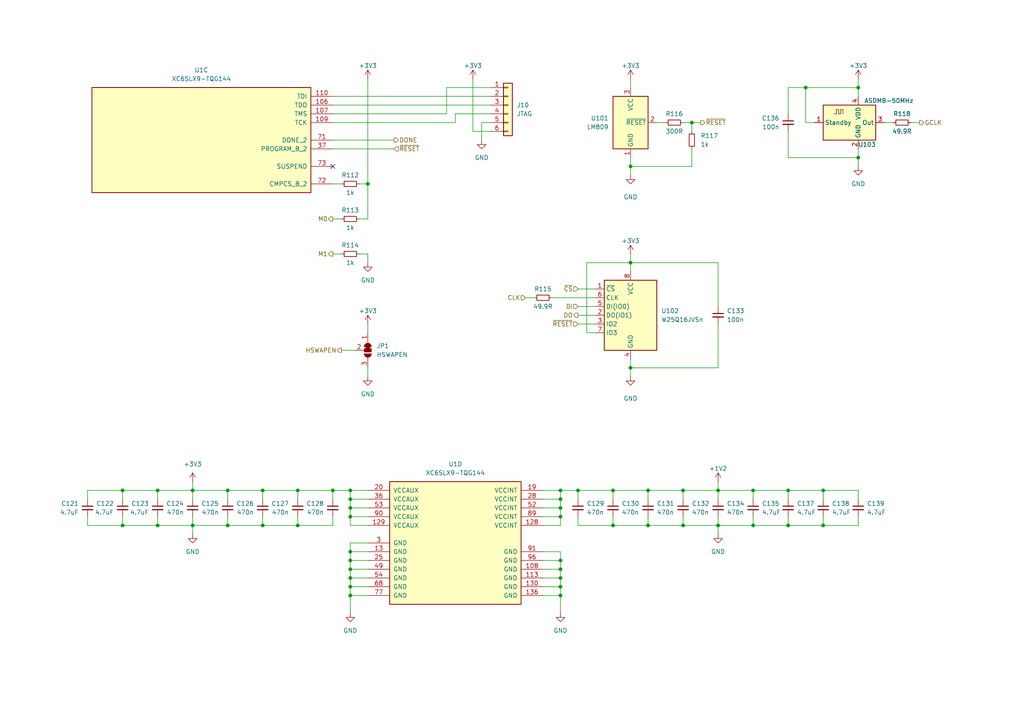
<source format=kicad_sch>
(kicad_sch (version 20250114) (generator "eeschema") (generator_version "9.0")
  (paper "A4")
  (lib_symbols
    (symbol "Connector_Generic:Conn_01x06" (pin_names (offset 1.016) (hide yes))
      (property "Reference" "J" (at 0 7.62 0))
      (property "Value" "Conn_01x06" (at 0 -10.16 0))
      (symbol "Conn_01x06_1_1"
        (rectangle (start -1.27 6.35) (end 1.27 -8.89) (stroke (width 0.254)) (fill (type background)))
        (rectangle (start -1.27 5.207) (end 0 4.953) (stroke (width 0.1524)))
        (rectangle (start -1.27 2.667) (end 0 2.413) (stroke (width 0.1524)))
        (rectangle (start -1.27 0.127) (end 0 -0.127) (stroke (width 0.1524)))
        (rectangle (start -1.27 -2.413) (end 0 -2.667) (stroke (width 0.1524)))
        (rectangle (start -1.27 -4.953) (end 0 -5.207) (stroke (width 0.1524)))
        (rectangle (start -1.27 -7.493) (end 0 -7.747) (stroke (width 0.1524)))
        (pin passive line (at -5.08 5.08 0) (length 3.81) (name "Pin_1") (number "1"))
        (pin passive line (at -5.08 2.54 0) (length 3.81) (name "Pin_2") (number "2"))
        (pin passive line (at -5.08 0 0) (length 3.81) (name "Pin_3") (number "3"))
        (pin passive line (at -5.08 -2.54 0) (length 3.81) (name "Pin_4") (number "4"))
        (pin passive line (at -5.08 -5.08 0) (length 3.81) (name "Pin_5") (number "5"))
        (pin passive line (at -5.08 -7.62 0) (length 3.81) (name "Pin_6") (number "6"))
      )
    )
    (symbol "Device:C_Small" (pin_numbers (hide yes)) (pin_names (offset 0.254) (hide yes))
      (property "Reference" "C" (at 0.254 1.778 0))
      (property "Value" "C_Small" (at 0.254 -2.032 0))
      (symbol "C_Small_0_1"
        (polyline (pts (xy -1.524 0.508) (xy 1.524 0.508)) (stroke (width 0.3048)))
        (polyline (pts (xy -1.524 -0.508) (xy 1.524 -0.508)) (stroke (width 0.3302)))
      )
      (symbol "C_Small_1_1"
        (pin passive line (at 0 2.54 270) (length 2.032) (name "~") (number "1"))
        (pin passive line (at 0 -2.54 90) (length 2.032) (name "~") (number "2"))
      )
    )
    (symbol "Device:R_Small" (pin_numbers (hide yes)) (pin_names (offset 0.254) (hide yes))
      (property "Reference" "R" (at 0.762 0.508 0))
      (property "Value" "R_Small" (at 0.762 -1.016 0))
      (symbol "R_Small_0_1"
        (rectangle (start -0.762 1.778) (end 0.762 -1.778) (stroke (width 0.2032)))
      )
      (symbol "R_Small_1_1"
        (pin passive line (at 0 2.54 270) (length 0.762) (name "~") (number "1"))
        (pin passive line (at 0 -2.54 90) (length 0.762) (name "~") (number "2"))
      )
    )
    (symbol "FPGA_Xilinx_Spartan6:XC6SLX9-TQG144" (pin_names (offset 1.016))
      (property "Reference" "U" (at 0 1.27 0))
      (property "Value" "XC6SLX9-TQG144" (at 0 -1.27 0))
      (symbol "XC6SLX9-TQG144_1_1"
        (rectangle (start -44.45 36.83) (end 44.45 -43.18) (stroke (width 0.254)) (fill (type background)))
        (pin bidirectional line (at -50.8 22.86 0) (length 6.35) (name "IO_L1P_HSWAPEN_0") (number "144"))
        (pin bidirectional line (at -50.8 20.32 0) (length 6.35) (name "IO_L1N_VREF_0") (number "143"))
        (pin bidirectional line (at -50.8 17.78 0) (length 6.35) (name "IO_L2P_0") (number "142"))
        (pin bidirectional line (at -50.8 15.24 0) (length 6.35) (name "IO_L2N_0") (number "141"))
        (pin bidirectional line (at -50.8 12.7 0) (length 6.35) (name "IO_L3P_0") (number "140"))
        (pin bidirectional line (at -50.8 10.16 0) (length 6.35) (name "IO_L3N_0") (number "139"))
        (pin bidirectional line (at -50.8 7.62 0) (length 6.35) (name "IO_L4P_0") (number "138"))
        (pin bidirectional line (at -50.8 5.08 0) (length 6.35) (name "IO_L4N_0") (number "137"))
        (pin bidirectional line (at -50.8 2.54 0) (length 6.35) (name "IO_L34P_GCLK19_0") (number "134"))
        (pin bidirectional line (at -50.8 0 0) (length 6.35) (name "IO_L34N_GCLK18_0") (number "133"))
        (pin bidirectional line (at -50.8 -2.54 0) (length 6.35) (name "IO_L35P_GCLK17_0") (number "132"))
        (pin bidirectional line (at -50.8 -5.08 0) (length 6.35) (name "IO_L35N_GCLK16_0") (number "131"))
        (pin bidirectional line (at -50.8 -7.62 0) (length 6.35) (name "IO_L36P_GCLK15_0") (number "127"))
        (pin bidirectional line (at -50.8 -10.16 0) (length 6.35) (name "IO_L36N_GCLK14_0") (number "126"))
        (pin bidirectional line (at -50.8 -12.7 0) (length 6.35) (name "IO_L37P_GCLK13_0") (number "124"))
        (pin bidirectional line (at -50.8 -15.24 0) (length 6.35) (name "IO_L37N_GCLK12_0") (number "123"))
        (pin bidirectional line (at -50.8 -17.78 0) (length 6.35) (name "IO_L62P_0") (number "121"))
        (pin bidirectional line (at -50.8 -20.32 0) (length 6.35) (name "IO_L62N_VREF_0") (number "120"))
        (pin bidirectional line (at -50.8 -22.86 0) (length 6.35) (name "IO_L63P_SCP7_0") (number "119"))
        (pin bidirectional line (at -50.8 -25.4 0) (length 6.35) (name "IO_L63N_SCP6_0") (number "118"))
        (pin bidirectional line (at -50.8 -27.94 0) (length 6.35) (name "IO_L64P_SCP5_0") (number "117"))
        (pin bidirectional line (at -50.8 -30.48 0) (length 6.35) (name "IO_L64N_SCP4_0") (number "116"))
        (pin bidirectional line (at -50.8 -33.02 0) (length 6.35) (name "IO_L65P_SCP3_0") (number "115"))
        (pin bidirectional line (at -50.8 -35.56 0) (length 6.35) (name "IO_L65N_SCP2_0") (number "114"))
        (pin bidirectional line (at -50.8 -38.1 0) (length 6.35) (name "IO_L66P_SCP1_0") (number "112"))
        (pin bidirectional line (at -50.8 -40.64 0) (length 6.35) (name "IO_L66N_SCP0_0") (number "111"))
        (pin power_in line (at -40.64 43.18 270) (length 6.35) (name "VCCO_0") (number "122"))
        (pin power_in line (at -38.1 43.18 270) (length 6.35) (name "VCCO_0") (number "125"))
        (pin power_in line (at -35.56 43.18 270) (length 6.35) (name "VCCO_0") (number "135"))
        (pin power_in line (at 35.56 43.18 270) (length 6.35) (name "VCCO_1") (number "76"))
        (pin power_in line (at 38.1 43.18 270) (length 6.35) (name "VCCO_1") (number "86"))
        (pin power_in line (at 40.64 43.18 270) (length 6.35) (name "VCCO_1") (number "103"))
        (pin bidirectional line (at 50.8 22.86 180) (length 6.35) (name "IO_L1P_1") (number "105"))
        (pin bidirectional line (at 50.8 20.32 180) (length 6.35) (name "IO_L1N_VREF_1") (number "104"))
        (pin bidirectional line (at 50.8 17.78 180) (length 6.35) (name "IO_L32P_1") (number "102"))
        (pin bidirectional line (at 50.8 15.24 180) (length 6.35) (name "IO_L32N_1") (number "101"))
        (pin bidirectional line (at 50.8 12.7 180) (length 6.35) (name "IO_L33P_1") (number "100"))
        (pin bidirectional line (at 50.8 10.16 180) (length 6.35) (name "IO_L33N_1") (number "99"))
        (pin bidirectional line (at 50.8 7.62 180) (length 6.35) (name "IO_L34P_1") (number "98"))
        (pin bidirectional line (at 50.8 5.08 180) (length 6.35) (name "IO_L34N_1") (number "97"))
        (pin bidirectional line (at 50.8 2.54 180) (length 6.35) (name "IO_L40P_GCLK11_1") (number "95"))
        (pin bidirectional line (at 50.8 0 180) (length 6.35) (name "IO_L40N_GCLK10_1") (number "94"))
        (pin bidirectional line (at 50.8 -2.54 180) (length 6.35) (name "IO_L41P_GCLK9_IRDY1_1") (number "93"))
        (pin bidirectional line (at 50.8 -5.08 180) (length 6.35) (name "IO_L41N_GCLK8_1") (number "92"))
        (pin bidirectional line (at 50.8 -7.62 180) (length 6.35) (name "IO_L42P_GCLK7_1") (number "88"))
        (pin bidirectional line (at 50.8 -10.16 180) (length 6.35) (name "IO_L42N_GCLK6_TRDY1_1") (number "87"))
        (pin bidirectional line (at 50.8 -12.7 180) (length 6.35) (name "IO_L43P_GCLK5_1") (number "85"))
        (pin bidirectional line (at 50.8 -15.24 180) (length 6.35) (name "IO_L43N_GCLK4_1") (number "84"))
        (pin bidirectional line (at 50.8 -17.78 180) (length 6.35) (name "IO_L45P_1") (number "83"))
        (pin bidirectional line (at 50.8 -20.32 180) (length 6.35) (name "IO_L45N_1") (number "82"))
        (pin bidirectional line (at 50.8 -22.86 180) (length 6.35) (name "IO_L46P_1") (number "81"))
        (pin bidirectional line (at 50.8 -25.4 180) (length 6.35) (name "IO_L46N_1") (number "80"))
        (pin bidirectional line (at 50.8 -27.94 180) (length 6.35) (name "IO_L47P_1") (number "79"))
        (pin bidirectional line (at 50.8 -30.48 180) (length 6.35) (name "IO_L47N_1") (number "78"))
        (pin bidirectional line (at 50.8 -33.02 180) (length 6.35) (name "IO_L74P_AWAKE_1") (number "75"))
        (pin bidirectional line (at 50.8 -35.56 180) (length 6.35) (name "IO_L74N_DOUT_BUSY_1") (number "74"))
      )
      (symbol "XC6SLX9-TQG144_2_1"
        (rectangle (start -44.45 36.83) (end 44.45 -43.18) (stroke (width 0.254)) (fill (type background)))
        (pin bidirectional line (at -50.8 22.86 0) (length 6.35) (name "IO_L1P_CCLK_2") (number "70"))
        (pin bidirectional line (at -50.8 20.32 0) (length 6.35) (name "IO_L1N_M0_CMPMISO_2") (number "69"))
        (pin bidirectional line (at -50.8 17.78 0) (length 6.35) (name "IO_L2P_CMPCLK_2") (number "67"))
        (pin bidirectional line (at -50.8 15.24 0) (length 6.35) (name "IO_L2N_CMPMOSI_2") (number "66"))
        (pin bidirectional line (at -50.8 12.7 0) (length 6.35) (name "IO_L3P_D0_DIN_MISO_MISO1_2") (number "65"))
        (pin bidirectional line (at -50.8 10.16 0) (length 6.35) (name "IO_L3N_MOSI_CSI_B_MISO0_2") (number "64"))
        (pin bidirectional line (at -50.8 7.62 0) (length 6.35) (name "IO_L12P_D1_MISO2_2") (number "62"))
        (pin bidirectional line (at -50.8 5.08 0) (length 6.35) (name "IO_L12N_D2_MISO3_2") (number "61"))
        (pin bidirectional line (at -50.8 2.54 0) (length 6.35) (name "IO_L13P_M1_2") (number "60"))
        (pin bidirectional line (at -50.8 0 0) (length 6.35) (name "IO_L13N_D10_2") (number "59"))
        (pin bidirectional line (at -50.8 -2.54 0) (length 6.35) (name "IO_L14P_D11_2") (number "58"))
        (pin bidirectional line (at -50.8 -5.08 0) (length 6.35) (name "IO_L14N_D12_2") (number "57"))
        (pin bidirectional line (at -50.8 -7.62 0) (length 6.35) (name "IO_L30P_GCLK1_D13_2") (number "56"))
        (pin bidirectional line (at -50.8 -10.16 0) (length 6.35) (name "IO_L30N_GCLK0_USERCCLK_2") (number "55"))
        (pin bidirectional line (at -50.8 -12.7 0) (length 6.35) (name "IO_L31P_GCLK31_D14_2") (number "51"))
        (pin bidirectional line (at -50.8 -15.24 0) (length 6.35) (name "IO_L31N_GCLK30_D15_2") (number "50"))
        (pin bidirectional line (at -50.8 -17.78 0) (length 6.35) (name "IO_L48P_D7_2") (number "48"))
        (pin bidirectional line (at -50.8 -20.32 0) (length 6.35) (name "IO_L48N_RDWR_B_VREF_2") (number "47"))
        (pin bidirectional line (at -50.8 -22.86 0) (length 6.35) (name "IO_L49P_D3_2") (number "46"))
        (pin bidirectional line (at -50.8 -25.4 0) (length 6.35) (name "IO_L49N_D4_2") (number "45"))
        (pin bidirectional line (at -50.8 -27.94 0) (length 6.35) (name "IO_L62P_D5_2") (number "44"))
        (pin bidirectional line (at -50.8 -30.48 0) (length 6.35) (name "IO_L62N_D6_2") (number "43"))
        (pin bidirectional line (at -50.8 -33.02 0) (length 6.35) (name "IO_L64P_D8_2") (number "41"))
        (pin bidirectional line (at -50.8 -35.56 0) (length 6.35) (name "IO_L64N_D9_2") (number "40"))
        (pin bidirectional line (at -50.8 -38.1 0) (length 6.35) (name "IO_L65P_INIT_B_2") (number "39"))
        (pin bidirectional line (at -50.8 -40.64 0) (length 6.35) (name "IO_L65N_CSO_B_2") (number "38"))
        (pin power_in line (at -40.64 43.18 270) (length 6.35) (name "VCCO_2") (number "42"))
        (pin power_in line (at -38.1 43.18 270) (length 6.35) (name "VCCO_2") (number "63"))
        (pin power_in line (at 35.56 43.18 270) (length 6.35) (name "VCCO_3") (number "4"))
        (pin power_in line (at 38.1 43.18 270) (length 6.35) (name "VCCO_3") (number "18"))
        (pin power_in line (at 40.64 43.18 270) (length 6.35) (name "VCCO_3") (number "31"))
        (pin bidirectional line (at 50.8 22.86 180) (length 6.35) (name "IO_L1P_3") (number "35"))
        (pin bidirectional line (at 50.8 20.32 180) (length 6.35) (name "IO_L1N_VREF_3") (number "34"))
        (pin bidirectional line (at 50.8 17.78 180) (length 6.35) (name "IO_L2P_3") (number "33"))
        (pin bidirectional line (at 50.8 15.24 180) (length 6.35) (name "IO_L2N_3") (number "32"))
        (pin bidirectional line (at 50.8 12.7 180) (length 6.35) (name "IO_L36P_3") (number "30"))
        (pin bidirectional line (at 50.8 10.16 180) (length 6.35) (name "IO_L36N_3") (number "29"))
        (pin bidirectional line (at 50.8 7.62 180) (length 6.35) (name "IO_L37P_3") (number "27"))
        (pin bidirectional line (at 50.8 5.08 180) (length 6.35) (name "IO_L37N_3") (number "26"))
        (pin bidirectional line (at 50.8 2.54 180) (length 6.35) (name "IO_L41P_GCLK27_3") (number "24"))
        (pin bidirectional line (at 50.8 0 180) (length 6.35) (name "IO_L41N_GCLK26_3") (number "23"))
        (pin bidirectional line (at 50.8 -2.54 180) (length 6.35) (name "IO_L42P_GCLK25_TRDY2_3") (number "22"))
        (pin bidirectional line (at 50.8 -5.08 180) (length 6.35) (name "IO_L42N_GCLK24_3") (number "21"))
        (pin bidirectional line (at 50.8 -7.62 180) (length 6.35) (name "IO_L43P_GCLK23_3") (number "17"))
        (pin bidirectional line (at 50.8 -10.16 180) (length 6.35) (name "IO_L43N_GCLK22_IRDY2_3") (number "16"))
        (pin bidirectional line (at 50.8 -12.7 180) (length 6.35) (name "IO_L44P_GCLK21_3") (number "15"))
        (pin bidirectional line (at 50.8 -15.24 180) (length 6.35) (name "IO_L44N_GCLK20_3") (number "14"))
        (pin bidirectional line (at 50.8 -17.78 180) (length 6.35) (name "IO_L49P_3") (number "12"))
        (pin bidirectional line (at 50.8 -20.32 180) (length 6.35) (name "IO_L49N_3") (number "11"))
        (pin bidirectional line (at 50.8 -22.86 180) (length 6.35) (name "IO_L50P_3") (number "10"))
        (pin bidirectional line (at 50.8 -25.4 180) (length 6.35) (name "IO_L50N_3") (number "9"))
        (pin bidirectional line (at 50.8 -27.94 180) (length 6.35) (name "IO_L51P_3") (number "8"))
        (pin bidirectional line (at 50.8 -30.48 180) (length 6.35) (name "IO_L51N_3") (number "7"))
        (pin bidirectional line (at 50.8 -33.02 180) (length 6.35) (name "IO_L52P_3") (number "6"))
        (pin bidirectional line (at 50.8 -35.56 180) (length 6.35) (name "IO_L52N_3") (number "5"))
        (pin bidirectional line (at 50.8 -38.1 180) (length 6.35) (name "IO_L83P_3") (number "2"))
        (pin bidirectional line (at 50.8 -40.64 180) (length 6.35) (name "IO_L83N_VREF_3") (number "1"))
      )
      (symbol "XC6SLX9-TQG144_3_1"
        (rectangle (start -31.75 15.24) (end 31.75 -15.24) (stroke (width 0.254)) (fill (type background)))
        (pin bidirectional line (at 38.1 12.7 180) (length 6.35) (name "TDI") (number "110"))
        (pin bidirectional line (at 38.1 10.16 180) (length 6.35) (name "TDO") (number "106"))
        (pin bidirectional line (at 38.1 7.62 180) (length 6.35) (name "TMS") (number "107"))
        (pin bidirectional line (at 38.1 5.08 180) (length 6.35) (name "TCK") (number "109"))
        (pin bidirectional line (at 38.1 0 180) (length 6.35) (name "DONE_2") (number "71"))
        (pin bidirectional line (at 38.1 -2.54 180) (length 6.35) (name "PROGRAM_B_2") (number "37"))
        (pin bidirectional line (at 38.1 -7.62 180) (length 6.35) (name "SUSPEND") (number "73"))
        (pin bidirectional line (at 38.1 -12.7 180) (length 6.35) (name "CMPCS_B_2") (number "72"))
      )
      (symbol "XC6SLX9-TQG144_4_1"
        (rectangle (start -19.05 17.78) (end 19.05 -17.78) (stroke (width 0.254)) (fill (type background)))
        (pin power_in line (at -25.4 15.24 0) (length 6.35) (name "VCCAUX") (number "20"))
        (pin power_in line (at -25.4 12.7 0) (length 6.35) (name "VCCAUX") (number "36"))
        (pin power_in line (at -25.4 10.16 0) (length 6.35) (name "VCCAUX") (number "53"))
        (pin power_in line (at -25.4 7.62 0) (length 6.35) (name "VCCAUX") (number "90"))
        (pin power_in line (at -25.4 5.08 0) (length 6.35) (name "VCCAUX") (number "129"))
        (pin power_in line (at -25.4 0 0) (length 6.35) (name "GND") (number "3"))
        (pin power_in line (at -25.4 -2.54 0) (length 6.35) (name "GND") (number "13"))
        (pin power_in line (at -25.4 -5.08 0) (length 6.35) (name "GND") (number "25"))
        (pin power_in line (at -25.4 -7.62 0) (length 6.35) (name "GND") (number "49"))
        (pin power_in line (at -25.4 -10.16 0) (length 6.35) (name "GND") (number "54"))
        (pin power_in line (at -25.4 -12.7 0) (length 6.35) (name "GND") (number "68"))
        (pin power_in line (at -25.4 -15.24 0) (length 6.35) (name "GND") (number "77"))
        (pin power_in line (at 25.4 15.24 180) (length 6.35) (name "VCCINT") (number "19"))
        (pin power_in line (at 25.4 12.7 180) (length 6.35) (name "VCCINT") (number "28"))
        (pin power_in line (at 25.4 10.16 180) (length 6.35) (name "VCCINT") (number "52"))
        (pin power_in line (at 25.4 7.62 180) (length 6.35) (name "VCCINT") (number "89"))
        (pin power_in line (at 25.4 5.08 180) (length 6.35) (name "VCCINT") (number "128"))
        (pin power_in line (at 25.4 -2.54 180) (length 6.35) (name "GND") (number "91"))
        (pin power_in line (at 25.4 -5.08 180) (length 6.35) (name "GND") (number "96"))
        (pin power_in line (at 25.4 -7.62 180) (length 6.35) (name "GND") (number "108"))
        (pin power_in line (at 25.4 -10.16 180) (length 6.35) (name "GND") (number "113"))
        (pin power_in line (at 25.4 -12.7 180) (length 6.35) (name "GND") (number "130"))
        (pin power_in line (at 25.4 -15.24 180) (length 6.35) (name "GND") (number "136"))
      )
    )
    (symbol "Jumper:SolderJumper_3_Bridged12" (pin_names (offset 0) (hide yes)) (exclude_from_sim yes) (in_bom no)
      (property "Reference" "JP" (at -2.54 -2.54 0))
      (property "Value" "SolderJumper_3_Bridged12" (at 0 2.794 0))
      (symbol "SolderJumper_3_Bridged12_0_1"
        (polyline (pts (xy -2.54 0) (xy -2.032 0)))
        (polyline (pts (xy -1.016 1.016) (xy -1.016 -1.016)))
        (rectangle (start -1.016 0.508) (end -0.508 -0.508) (fill (type outline)))
        (arc (start -1.016 -1.016) (mid -2.0276 0) (end -1.016 1.016))
        (arc (start -1.016 -1.016) (mid -2.0276 0) (end -1.016 1.016) (fill (type outline)))
        (rectangle (start -0.508 1.016) (end 0.508 -1.016) (fill (type outline)))
        (polyline (pts (xy 0 -1.27) (xy 0 -1.016)))
        (arc (start 1.016 1.016) (mid 2.0276 0) (end 1.016 -1.016))
        (arc (start 1.016 1.016) (mid 2.0276 0) (end 1.016 -1.016) (fill (type outline)))
        (polyline (pts (xy 1.016 1.016) (xy 1.016 -1.016)))
        (polyline (pts (xy 2.54 0) (xy 2.032 0)))
      )
      (symbol "SolderJumper_3_Bridged12_1_1"
        (pin passive line (at -5.08 0 0) (length 2.54) (name "A") (number "1"))
        (pin passive line (at 0 -3.81 90) (length 2.54) (name "C") (number "2"))
        (pin passive line (at 5.08 0 180) (length 2.54) (name "B") (number "3"))
      )
    )
    (symbol "Memory_Flash:W25Q16JVSS"
      (property "Reference" "U" (at -6.35 11.43 0))
      (property "Value" "W25Q16JVSS" (at 7.62 11.43 0))
      (symbol "W25Q16JVSS_0_1"
        (rectangle (start -7.62 10.16) (end 7.62 -10.16) (stroke (width 0.254)) (fill (type background)))
      )
      (symbol "W25Q16JVSS_1_1"
        (pin input line (at -10.16 7.62 0) (length 2.54) (name "~{CS}") (number "1"))
        (pin input line (at -10.16 5.08 0) (length 2.54) (name "CLK") (number "6"))
        (pin bidirectional line (at -10.16 2.54 0) (length 2.54) (name "DI(IO0)") (number "5"))
        (pin bidirectional line (at -10.16 0 0) (length 2.54) (name "DO(IO1)") (number "2"))
        (pin bidirectional line (at -10.16 -2.54 0) (length 2.54) (name "IO2") (number "3"))
        (pin bidirectional line (at -10.16 -5.08 0) (length 2.54) (name "IO3") (number "7"))
        (pin power_in line (at 0 12.7 270) (length 2.54) (name "VCC") (number "8"))
        (pin power_in line (at 0 -12.7 90) (length 2.54) (name "GND") (number "4"))
      )
    )
    (symbol "Oscillator:ASDMB-xxxMHz"
      (property "Reference" "U" (at -6.35 6.35 0))
      (property "Value" "ASDMB-xxxMHz" (at 11.43 6.35 0))
      (symbol "ASDMB-xxxMHz_1_1"
        (rectangle (start -7.62 5.08) (end 7.62 -5.08) (stroke (width 0.254)) (fill (type background)))
        (polyline (pts (xy -4.445 2.54) (xy -3.81 2.54) (xy -3.81 3.81) (xy -3.175 3.81) (xy -3.175 2.54) (xy -2.54 2.54) (xy -2.54 3.81) (xy -1.905 3.81) (xy -1.905 2.54)))
        (pin input line (at -10.16 0 0) (length 2.54) (name "Standby") (number "1"))
        (pin power_in line (at 2.54 7.62 270) (length 2.54) (name "VDD") (number "4"))
        (pin power_in line (at 2.54 -7.62 90) (length 2.54) (name "GND") (number "2"))
        (pin output line (at 10.16 0 180) (length 2.54) (name "Out") (number "3"))
      )
    )
    (symbol "Power_Supervisor:LM809"
      (property "Reference" "U" (at 2.54 12.7 0))
      (property "Value" "LM809" (at 5.08 10.16 0))
      (symbol "LM809_0_1"
        (rectangle (start 5.08 7.62) (end -5.08 -7.62) (stroke (width 0.254)) (fill (type background)))
      )
      (symbol "LM809_1_1"
        (pin power_in line (at 0 10.16 270) (length 2.54) (name "VCC") (number "3"))
        (pin power_in line (at 0 -10.16 90) (length 2.54) (name "GND") (number "1"))
        (pin output line (at 7.62 0 180) (length 2.54) (name "~{RESET}") (number "2"))
      )
    )
    (symbol "power:+1V2" (power) (pin_numbers (hide yes)) (pin_names (offset 0) (hide yes))
      (property "Value" "+1V2" (at 0 3.556 0))
      (symbol "+1V2_0_1"
        (polyline (pts (xy -0.762 1.27) (xy 0 2.54)))
        (polyline (pts (xy 0 2.54) (xy 0.762 1.27)))
        (polyline (pts (xy 0 0) (xy 0 2.54)))
      )
      (symbol "+1V2_1_1"
        (pin power_in line (at 0 0 90) (length 0) (name "~") (number "1"))
      )
    )
    (symbol "power:+3V3" (power) (pin_numbers (hide yes)) (pin_names (offset 0) (hide yes))
      (property "Value" "+3V3" (at 0 3.556 0))
      (symbol "+3V3_0_1"
        (polyline (pts (xy -0.762 1.27) (xy 0 2.54)))
        (polyline (pts (xy 0 2.54) (xy 0.762 1.27)))
        (polyline (pts (xy 0 0) (xy 0 2.54)))
      )
      (symbol "+3V3_1_1"
        (pin power_in line (at 0 0 90) (length 0) (name "~") (number "1"))
      )
    )
    (symbol "power:GND" (power) (pin_numbers (hide yes)) (pin_names (offset 0) (hide yes))
      (property "Value" "GND" (at 0 -3.81 0))
      (symbol "GND_0_1"
        (polyline (pts (xy 0 0) (xy 0 -1.27) (xy 1.27 -1.27) (xy 0 -2.54) (xy -1.27 -1.27) (xy 0 -1.27)))
      )
      (symbol "GND_1_1"
        (pin power_in line (at 0 0 270) (length 0) (name "~") (number "1"))
      )
    )
  )
  (junction (at 198.12 152.4))
  (junction (at 162.56 142.24))
  (junction (at 101.6 149.86))
  (junction (at 76.2 152.4))
  (junction (at 182.88 48.26))
  (junction (at 162.56 144.78))
  (junction (at 66.04 142.24))
  (junction (at 187.96 152.4))
  (junction (at 187.96 142.24))
  (junction (at 55.88 142.24))
  (junction (at 162.56 172.72))
  (junction (at 162.56 165.1))
  (junction (at 101.6 160.02))
  (junction (at 86.36 152.4))
  (junction (at 233.68 25.4))
  (junction (at 208.28 152.4))
  (junction (at 182.88 76.2))
  (junction (at 218.44 152.4))
  (junction (at 76.2 142.24))
  (junction (at 238.76 152.4))
  (junction (at 248.92 25.4))
  (junction (at 208.28 142.24))
  (junction (at 162.56 149.86))
  (junction (at 101.6 172.72))
  (junction (at 248.92 45.72))
  (junction (at 35.56 142.24))
  (junction (at 167.64 142.24))
  (junction (at 45.72 142.24))
  (junction (at 228.6 152.4))
  (junction (at 101.6 142.24))
  (junction (at 45.72 152.4))
  (junction (at 35.56 152.4))
  (junction (at 101.6 144.78))
  (junction (at 162.56 170.18))
  (junction (at 86.36 142.24))
  (junction (at 238.76 142.24))
  (junction (at 101.6 167.64))
  (junction (at 198.12 142.24))
  (junction (at 96.52 142.24))
  (junction (at 162.56 147.32))
  (junction (at 101.6 162.56))
  (junction (at 162.56 162.56))
  (junction (at 101.6 147.32))
  (junction (at 182.88 106.68))
  (junction (at 66.04 152.4))
  (junction (at 228.6 142.24))
  (junction (at 55.88 152.4))
  (junction (at 101.6 170.18))
  (junction (at 177.8 152.4))
  (junction (at 106.68 53.34))
  (junction (at 101.6 165.1))
  (junction (at 200.66 35.56))
  (junction (at 218.44 142.24))
  (junction (at 177.8 142.24))
  (junction (at 162.56 167.64))
  (no_connect (at 96.52 48.26))
  (wire (pts (xy 228.6 25.4) (xy 233.68 25.4)))
  (wire (pts (xy 167.64 83.82) (xy 172.72 83.82)))
  (wire (pts (xy 76.2 152.4) (xy 66.04 152.4)))
  (wire (pts (xy 200.66 35.56) (xy 198.12 35.56)))
  (wire (pts (xy 200.66 43.18) (xy 200.66 48.26)))
  (wire (pts (xy 106.68 157.48) (xy 101.6 157.48)))
  (wire (pts (xy 55.88 139.7) (xy 55.88 142.24)))
  (wire (pts (xy 101.6 160.02) (xy 101.6 162.56)))
  (wire (pts (xy 106.68 106.68) (xy 106.68 109.22)))
  (wire (pts (xy 208.28 152.4) (xy 208.28 154.94)))
  (wire (pts (xy 182.88 22.86) (xy 182.88 25.4)))
  (wire (pts (xy 55.88 152.4) (xy 55.88 154.94)))
  (wire (pts (xy 228.6 38.1) (xy 228.6 45.72)))
  (wire (pts (xy 157.48 162.56) (xy 162.56 162.56)))
  (wire (pts (xy 86.36 142.24) (xy 96.52 142.24)))
  (wire (pts (xy 162.56 142.24) (xy 162.56 144.78)))
  (wire (pts (xy 25.4 149.86) (xy 25.4 152.4)))
  (wire (pts (xy 101.6 165.1) (xy 101.6 167.64)))
  (wire (pts (xy 76.2 142.24) (xy 76.2 144.78)))
  (wire (pts (xy 200.66 38.1) (xy 200.66 35.56)))
  (wire (pts (xy 167.64 93.98) (xy 172.72 93.98)))
  (wire (pts (xy 182.88 106.68) (xy 182.88 109.22)))
  (wire (pts (xy 170.18 96.52) (xy 170.18 76.2)))
  (wire (pts (xy 96.52 35.56) (xy 132.08 35.56)))
  (wire (pts (xy 167.64 149.86) (xy 167.64 152.4)))
  (wire (pts (xy 198.12 152.4) (xy 208.28 152.4)))
  (wire (pts (xy 106.68 73.66) (xy 106.68 76.2)))
  (wire (pts (xy 208.28 144.78) (xy 208.28 142.24)))
  (wire (pts (xy 157.48 144.78) (xy 162.56 144.78)))
  (wire (pts (xy 248.92 45.72) (xy 248.92 48.26)))
  (wire (pts (xy 25.4 142.24) (xy 35.56 142.24)))
  (wire (pts (xy 208.28 106.68) (xy 182.88 106.68)))
  (wire (pts (xy 162.56 160.02) (xy 162.56 162.56)))
  (wire (pts (xy 200.66 48.26) (xy 182.88 48.26)))
  (wire (pts (xy 101.6 144.78) (xy 106.68 144.78)))
  (wire (pts (xy 129.54 25.4) (xy 142.24 25.4)))
  (wire (pts (xy 160.02 86.36) (xy 172.72 86.36)))
  (wire (pts (xy 190.5 35.56) (xy 193.04 35.56)))
  (wire (pts (xy 167.64 152.4) (xy 177.8 152.4)))
  (wire (pts (xy 162.56 142.24) (xy 167.64 142.24)))
  (wire (pts (xy 182.88 76.2) (xy 182.88 78.74)))
  (wire (pts (xy 35.56 142.24) (xy 45.72 142.24)))
  (wire (pts (xy 142.24 38.1) (xy 137.16 38.1)))
  (wire (pts (xy 233.68 35.56) (xy 233.68 25.4)))
  (wire (pts (xy 167.64 91.44) (xy 172.72 91.44)))
  (wire (pts (xy 182.88 45.72) (xy 182.88 48.26)))
  (wire (pts (xy 162.56 149.86) (xy 162.56 152.4)))
  (wire (pts (xy 106.68 22.86) (xy 106.68 53.34)))
  (wire (pts (xy 208.28 93.98) (xy 208.28 106.68)))
  (wire (pts (xy 248.92 22.86) (xy 248.92 25.4)))
  (wire (pts (xy 55.88 144.78) (xy 55.88 142.24)))
  (wire (pts (xy 162.56 147.32) (xy 162.56 149.86)))
  (wire (pts (xy 162.56 144.78) (xy 162.56 147.32)))
  (wire (pts (xy 96.52 33.02) (xy 129.54 33.02)))
  (wire (pts (xy 218.44 152.4) (xy 228.6 152.4)))
  (wire (pts (xy 187.96 142.24) (xy 198.12 142.24)))
  (wire (pts (xy 132.08 33.02) (xy 142.24 33.02)))
  (wire (pts (xy 86.36 149.86) (xy 86.36 152.4)))
  (wire (pts (xy 233.68 25.4) (xy 248.92 25.4)))
  (wire (pts (xy 238.76 142.24) (xy 238.76 144.78)))
  (wire (pts (xy 66.04 142.24) (xy 66.04 144.78)))
  (wire (pts (xy 66.04 142.24) (xy 76.2 142.24)))
  (wire (pts (xy 236.22 35.56) (xy 233.68 35.56)))
  (wire (pts (xy 208.28 152.4) (xy 218.44 152.4)))
  (wire (pts (xy 248.92 144.78) (xy 248.92 142.24)))
  (wire (pts (xy 96.52 30.48) (xy 142.24 30.48)))
  (wire (pts (xy 198.12 149.86) (xy 198.12 152.4)))
  (wire (pts (xy 182.88 73.66) (xy 182.88 76.2)))
  (wire (pts (xy 157.48 142.24) (xy 162.56 142.24)))
  (wire (pts (xy 167.64 142.24) (xy 177.8 142.24)))
  (wire (pts (xy 101.6 172.72) (xy 106.68 172.72)))
  (wire (pts (xy 152.4 86.36) (xy 154.94 86.36)))
  (wire (pts (xy 25.4 152.4) (xy 35.56 152.4)))
  (wire (pts (xy 187.96 152.4) (xy 198.12 152.4)))
  (wire (pts (xy 101.6 172.72) (xy 101.6 177.8)))
  (wire (pts (xy 132.08 33.02) (xy 132.08 35.56)))
  (wire (pts (xy 55.88 142.24) (xy 66.04 142.24)))
  (wire (pts (xy 106.68 63.5) (xy 106.68 53.34)))
  (wire (pts (xy 96.52 43.18) (xy 114.3 43.18)))
  (wire (pts (xy 198.12 142.24) (xy 208.28 142.24)))
  (wire (pts (xy 101.6 142.24) (xy 101.6 144.78)))
  (wire (pts (xy 264.16 35.56) (xy 266.7 35.56)))
  (wire (pts (xy 101.6 147.32) (xy 106.68 147.32)))
  (wire (pts (xy 96.52 149.86) (xy 96.52 152.4)))
  (wire (pts (xy 228.6 149.86) (xy 228.6 152.4)))
  (wire (pts (xy 162.56 162.56) (xy 162.56 165.1)))
  (wire (pts (xy 101.6 144.78) (xy 101.6 147.32)))
  (wire (pts (xy 187.96 142.24) (xy 187.96 144.78)))
  (wire (pts (xy 101.6 149.86) (xy 106.68 149.86)))
  (wire (pts (xy 86.36 142.24) (xy 86.36 144.78)))
  (wire (pts (xy 172.72 96.52) (xy 170.18 96.52)))
  (wire (pts (xy 25.4 144.78) (xy 25.4 142.24)))
  (wire (pts (xy 86.36 152.4) (xy 76.2 152.4)))
  (wire (pts (xy 45.72 142.24) (xy 45.72 144.78)))
  (wire (pts (xy 182.88 48.26) (xy 182.88 50.8)))
  (wire (pts (xy 101.6 157.48) (xy 101.6 160.02)))
  (wire (pts (xy 76.2 142.24) (xy 86.36 142.24)))
  (wire (pts (xy 218.44 142.24) (xy 218.44 144.78)))
  (wire (pts (xy 101.6 170.18) (xy 101.6 172.72)))
  (wire (pts (xy 162.56 172.72) (xy 162.56 177.8)))
  (wire (pts (xy 218.44 142.24) (xy 208.28 142.24)))
  (wire (pts (xy 96.52 63.5) (xy 99.06 63.5)))
  (wire (pts (xy 248.92 142.24) (xy 238.76 142.24)))
  (wire (pts (xy 106.68 93.98) (xy 106.68 96.52)))
  (wire (pts (xy 238.76 149.86) (xy 238.76 152.4)))
  (wire (pts (xy 101.6 160.02) (xy 106.68 160.02)))
  (wire (pts (xy 55.88 149.86) (xy 55.88 152.4)))
  (wire (pts (xy 101.6 149.86) (xy 101.6 152.4)))
  (wire (pts (xy 208.28 139.7) (xy 208.28 142.24)))
  (wire (pts (xy 157.48 152.4) (xy 162.56 152.4)))
  (wire (pts (xy 137.16 38.1) (xy 137.16 22.86)))
  (wire (pts (xy 157.48 149.86) (xy 162.56 149.86)))
  (wire (pts (xy 101.6 167.64) (xy 106.68 167.64)))
  (wire (pts (xy 157.48 147.32) (xy 162.56 147.32)))
  (wire (pts (xy 248.92 149.86) (xy 248.92 152.4)))
  (wire (pts (xy 96.52 73.66) (xy 99.06 73.66)))
  (wire (pts (xy 177.8 152.4) (xy 187.96 152.4)))
  (wire (pts (xy 157.48 172.72) (xy 162.56 172.72)))
  (wire (pts (xy 238.76 152.4) (xy 248.92 152.4)))
  (wire (pts (xy 256.54 35.56) (xy 259.08 35.56)))
  (wire (pts (xy 248.92 25.4) (xy 248.92 27.94)))
  (wire (pts (xy 162.56 170.18) (xy 162.56 172.72)))
  (wire (pts (xy 238.76 142.24) (xy 228.6 142.24)))
  (wire (pts (xy 104.14 73.66) (xy 106.68 73.66)))
  (wire (pts (xy 139.7 35.56) (xy 139.7 40.64)))
  (wire (pts (xy 218.44 149.86) (xy 218.44 152.4)))
  (wire (pts (xy 35.56 152.4) (xy 45.72 152.4)))
  (wire (pts (xy 101.6 167.64) (xy 101.6 170.18)))
  (wire (pts (xy 228.6 45.72) (xy 248.92 45.72)))
  (wire (pts (xy 228.6 152.4) (xy 238.76 152.4)))
  (wire (pts (xy 104.14 63.5) (xy 106.68 63.5)))
  (wire (pts (xy 96.52 40.64) (xy 114.3 40.64)))
  (wire (pts (xy 177.8 142.24) (xy 187.96 142.24)))
  (wire (pts (xy 198.12 142.24) (xy 198.12 144.78)))
  (wire (pts (xy 101.6 152.4) (xy 106.68 152.4)))
  (wire (pts (xy 170.18 76.2) (xy 182.88 76.2)))
  (wire (pts (xy 129.54 33.02) (xy 129.54 25.4)))
  (wire (pts (xy 208.28 76.2) (xy 182.88 76.2)))
  (wire (pts (xy 96.52 27.94) (xy 142.24 27.94)))
  (wire (pts (xy 177.8 149.86) (xy 177.8 152.4)))
  (wire (pts (xy 200.66 35.56) (xy 203.2 35.56)))
  (wire (pts (xy 157.48 165.1) (xy 162.56 165.1)))
  (wire (pts (xy 106.68 53.34) (xy 104.14 53.34)))
  (wire (pts (xy 142.24 35.56) (xy 139.7 35.56)))
  (wire (pts (xy 76.2 149.86) (xy 76.2 152.4)))
  (wire (pts (xy 66.04 149.86) (xy 66.04 152.4)))
  (wire (pts (xy 248.92 43.18) (xy 248.92 45.72)))
  (wire (pts (xy 35.56 149.86) (xy 35.56 152.4)))
  (wire (pts (xy 157.48 170.18) (xy 162.56 170.18)))
  (wire (pts (xy 101.6 170.18) (xy 106.68 170.18)))
  (wire (pts (xy 208.28 152.4) (xy 208.28 149.86)))
  (wire (pts (xy 45.72 142.24) (xy 55.88 142.24)))
  (wire (pts (xy 96.52 53.34) (xy 99.06 53.34)))
  (wire (pts (xy 228.6 142.24) (xy 218.44 142.24)))
  (wire (pts (xy 167.64 88.9) (xy 172.72 88.9)))
  (wire (pts (xy 106.68 142.24) (xy 101.6 142.24)))
  (wire (pts (xy 101.6 162.56) (xy 101.6 165.1)))
  (wire (pts (xy 228.6 142.24) (xy 228.6 144.78)))
  (wire (pts (xy 157.48 167.64) (xy 162.56 167.64)))
  (wire (pts (xy 228.6 33.02) (xy 228.6 25.4)))
  (wire (pts (xy 208.28 88.9) (xy 208.28 76.2)))
  (wire (pts (xy 167.64 142.24) (xy 167.64 144.78)))
  (wire (pts (xy 182.88 104.14) (xy 182.88 106.68)))
  (wire (pts (xy 101.6 162.56) (xy 106.68 162.56)))
  (wire (pts (xy 177.8 142.24) (xy 177.8 144.78)))
  (wire (pts (xy 96.52 142.24) (xy 101.6 142.24)))
  (wire (pts (xy 45.72 149.86) (xy 45.72 152.4)))
  (wire (pts (xy 35.56 142.24) (xy 35.56 144.78)))
  (wire (pts (xy 157.48 160.02) (xy 162.56 160.02)))
  (wire (pts (xy 187.96 149.86) (xy 187.96 152.4)))
  (wire (pts (xy 66.04 152.4) (xy 55.88 152.4)))
  (wire (pts (xy 45.72 152.4) (xy 55.88 152.4)))
  (wire (pts (xy 101.6 147.32) (xy 101.6 149.86)))
  (wire (pts (xy 162.56 165.1) (xy 162.56 167.64)))
  (wire (pts (xy 96.52 152.4) (xy 86.36 152.4)))
  (wire (pts (xy 162.56 167.64) (xy 162.56 170.18)))
  (wire (pts (xy 96.52 142.24) (xy 96.52 144.78)))
  (wire (pts (xy 99.06 101.6) (xy 102.87 101.6)))
  (wire (pts (xy 101.6 165.1) (xy 106.68 165.1)))
  (hierarchical_label "DONE" (shape output) (at 114.3 40.64 0))
  (hierarchical_label "CLK" (shape input) (at 152.4 86.36 180))
  (hierarchical_label "~{CS}" (shape input) (at 167.64 83.82 180))
  (hierarchical_label "M0" (shape output) (at 96.52 63.5 180))
  (hierarchical_label "~{RESET}" (shape input) (at 167.64 93.98 180))
  (hierarchical_label "~{RESET}" (shape input) (at 114.3 43.18 0))
  (hierarchical_label "DI" (shape input) (at 167.64 88.9 180))
  (hierarchical_label "DO" (shape output) (at 167.64 91.44 180))
  (hierarchical_label "M1" (shape output) (at 96.52 73.66 180))
  (hierarchical_label "HSWAPEN" (shape output) (at 99.06 101.6 180))
  (hierarchical_label "~{RESET}" (shape output) (at 203.2 35.56 0))
  (hierarchical_label "GCLK" (shape output) (at 266.7 35.56 0))
  (symbol (lib_id "Oscillator:ASDMB-xxxMHz") (at 246.38 35.56 0) (unit 1)
    (property "Reference" "U103" (at 251.46 41.91 0))
    (property "Value" "ASDMB-50MHz" (at 257.81 29.21 0))
    (property "Footprint" "Oscillator:Oscillator_SMD_Abracon_ASDMB-4Pin_2.5x2.0mm" (effects (hide yes)))
    (property "Datasheet" "https://abracon.com/Oscillators/ASDMB.pdf" (effects (hide yes)))
    (property "Description" "1.8-3.3V SMD Ultra Miniature Crystal Clock Oscillator, Abracon" (effects (hide yes)))
  )
  (symbol (lib_id "Device:R_Small") (at 101.6 53.34 270) (unit 1)
    (property "Reference" "R112" (at 101.6 50.8 90))
    (property "Value" "1k" (at 101.6 55.88 90))
    (property "Footprint" "Resistor_SMD:R_0603_1608Metric" (effects (hide yes)))
    (property "Description" "Resistor, small symbol" (effects (hide yes)))
  )
  (symbol (lib_id "Device:C_Small") (at 208.28 147.32 0) (unit 1)
    (property "Reference" "C134" (at 210.82 146.0562 0) (effects (justify left)))
    (property "Value" "470n" (at 210.82 148.5962 0) (effects (justify left)))
    (property "Footprint" "Capacitor_SMD:C_0603_1608Metric" (effects (hide yes)))
    (property "Description" "Unpolarized capacitor, small symbol" (effects (hide yes)))
  )
  (symbol (lib_id "power:+3V3") (at 106.68 22.86 0) (unit 1)
    (property "Reference" "#PWR0120" (effects (hide yes)))
    (property "Value" "+3V3" (at 106.68 19.05 0))
    (property "Description" "Power symbol creates a global label with name \"+3V3\"" (effects (hide yes)))
  )
  (symbol (lib_id "Device:C_Small") (at 248.92 147.32 0) (unit 1)
    (property "Reference" "C139" (at 251.46 146.0562 0) (effects (justify left)))
    (property "Value" "4.7uF" (at 251.46 148.5962 0) (effects (justify left)))
    (property "Footprint" "Capacitor_SMD:C_0603_1608Metric" (effects (hide yes)))
    (property "Description" "Unpolarized capacitor, small symbol" (effects (hide yes)))
  )
  (symbol (lib_id "power:+3V3") (at 55.88 139.7 0) (unit 1)
    (property "Reference" "#PWR0117" (effects (hide yes)))
    (property "Value" "+3V3" (at 55.88 134.62 0))
    (property "Description" "Power symbol creates a global label with name \"+3V3\"" (effects (hide yes)))
  )
  (symbol (lib_id "power:GND") (at 106.68 76.2 0) (unit 1)
    (property "Reference" "#PWR0121" (effects (hide yes)))
    (property "Value" "GND" (at 106.68 81.28 0))
    (property "Description" "Power symbol creates a global label with name \"GND\" , ground" (effects (hide yes)))
  )
  (symbol (lib_id "Device:C_Small") (at 177.8 147.32 0) (unit 1)
    (property "Reference" "C130" (at 180.34 146.0562 0) (effects (justify left)))
    (property "Value" "470n" (at 180.34 148.5962 0) (effects (justify left)))
    (property "Footprint" "Capacitor_SMD:C_0603_1608Metric" (effects (hide yes)))
    (property "Description" "Unpolarized capacitor, small symbol" (effects (hide yes)))
  )
  (symbol (lib_id "Device:C_Small") (at 187.96 147.32 0) (unit 1)
    (property "Reference" "C131" (at 190.5 146.0562 0) (effects (justify left)))
    (property "Value" "470n" (at 190.5 148.5962 0) (effects (justify left)))
    (property "Footprint" "Capacitor_SMD:C_0603_1608Metric" (effects (hide yes)))
    (property "Description" "Unpolarized capacitor, small symbol" (effects (hide yes)))
  )
  (symbol (lib_id "Device:C_Small") (at 228.6 147.32 0) (unit 1)
    (property "Reference" "C137" (at 231.14 146.0562 0) (effects (justify left)))
    (property "Value" "4.7uF" (at 231.14 148.5962 0) (effects (justify left)))
    (property "Footprint" "Capacitor_SMD:C_0603_1608Metric" (effects (hide yes)))
    (property "Description" "Unpolarized capacitor, small symbol" (effects (hide yes)))
  )
  (symbol (lib_id "Power_Supervisor:LM809") (at 182.88 35.56 0) (unit 1)
    (property "Reference" "U101" (at 176.53 34.2899 0) (effects (justify right)))
    (property "Value" "LM809" (at 176.53 36.8299 0) (effects (justify right)))
    (property "Footprint" "Package_TO_SOT_SMD:SOT-23" (effects (hide yes)))
    (property "Datasheet" "http://www.ti.com/lit/ds/symlink/lm809.pdf" (effects (hide yes)))
    (property "Description" "Microprocessor Reset (active-low) Circuit, SOT-23" (effects (hide yes)))
  )
  (symbol (lib_id "Device:R_Small") (at 101.6 73.66 270) (unit 1)
    (property "Reference" "R114" (at 101.6 71.12 90))
    (property "Value" "1k" (at 101.6 76.2 90))
    (property "Footprint" "Resistor_SMD:R_0603_1608Metric" (effects (hide yes)))
    (property "Description" "Resistor, small symbol" (effects (hide yes)))
  )
  (symbol (lib_id "Device:C_Small") (at 167.64 147.32 0) (unit 1)
    (property "Reference" "C129" (at 170.18 146.0562 0) (effects (justify left)))
    (property "Value" "470n" (at 170.18 148.5962 0) (effects (justify left)))
    (property "Footprint" "Capacitor_SMD:C_0603_1608Metric" (effects (hide yes)))
    (property "Description" "Unpolarized capacitor, small symbol" (effects (hide yes)))
  )
  (symbol (lib_id "power:GND") (at 182.88 50.8 0) (unit 1)
    (property "Reference" "#PWR0128" (effects (hide yes)))
    (property "Value" "GND" (at 182.88 57.15 0))
    (property "Description" "Power symbol creates a global label with name \"GND\" , ground" (effects (hide yes)))
  )
  (symbol (lib_id "power:+3V3") (at 137.16 22.86 0) (unit 1)
    (property "Reference" "#PWR0124" (effects (hide yes)))
    (property "Value" "+3V3" (at 137.16 19.05 0))
    (property "Description" "Power symbol creates a global label with name \"+3V3\"" (effects (hide yes)))
  )
  (symbol (lib_id "Device:C_Small") (at 35.56 147.32 0) (mirror y) (unit 1)
    (property "Reference" "C122" (at 33.02 146.0562 0) (effects (justify left)))
    (property "Value" "4.7uF" (at 33.02 148.5962 0) (effects (justify left)))
    (property "Footprint" "Capacitor_SMD:C_0603_1608Metric" (effects (hide yes)))
    (property "Description" "Unpolarized capacitor, small symbol" (effects (hide yes)))
  )
  (symbol (lib_id "Device:R_Small") (at 195.58 35.56 270) (unit 1)
    (property "Reference" "R116" (at 195.58 33.02 90))
    (property "Value" "300R" (at 195.58 38.1 90))
    (property "Footprint" "Resistor_SMD:R_0603_1608Metric" (effects (hide yes)))
    (property "Description" "Resistor, small symbol" (effects (hide yes)))
  )
  (symbol (lib_id "Device:C_Small") (at 45.72 147.32 0) (mirror y) (unit 1)
    (property "Reference" "C123" (at 43.18 146.0562 0) (effects (justify left)))
    (property "Value" "4.7uF" (at 43.18 148.5962 0) (effects (justify left)))
    (property "Footprint" "Capacitor_SMD:C_0603_1608Metric" (effects (hide yes)))
    (property "Description" "Unpolarized capacitor, small symbol" (effects (hide yes)))
  )
  (symbol (lib_id "Device:C_Small") (at 218.44 147.32 0) (unit 1)
    (property "Reference" "C135" (at 220.98 146.0562 0) (effects (justify left)))
    (property "Value" "4.7uF" (at 220.98 148.5962 0) (effects (justify left)))
    (property "Footprint" "Capacitor_SMD:C_0603_1608Metric" (effects (hide yes)))
    (property "Description" "Unpolarized capacitor, small symbol" (effects (hide yes)))
  )
  (symbol (lib_id "power:+3V3") (at 182.88 73.66 0) (unit 1)
    (property "Reference" "#PWR0129" (effects (hide yes)))
    (property "Value" "+3V3" (at 182.88 69.85 0))
    (property "Description" "Power symbol creates a global label with name \"+3V3\"" (effects (hide yes)))
  )
  (symbol (lib_id "power:GND") (at 162.56 177.8 0) (unit 1)
    (property "Reference" "#PWR0126" (effects (hide yes)))
    (property "Value" "GND" (at 162.56 182.88 0))
    (property "Description" "Power symbol creates a global label with name \"GND\" , ground" (effects (hide yes)))
  )
  (symbol (lib_id "Device:C_Small") (at 55.88 147.32 0) (mirror y) (unit 1)
    (property "Reference" "C124" (at 53.34 146.0562 0) (effects (justify left)))
    (property "Value" "470n" (at 53.34 148.5962 0) (effects (justify left)))
    (property "Footprint" "Capacitor_SMD:C_0603_1608Metric" (effects (hide yes)))
    (property "Description" "Unpolarized capacitor, small symbol" (effects (hide yes)))
  )
  (symbol (lib_id "Memory_Flash:W25Q16JVSS") (at 182.88 91.44 0) (unit 1)
    (property "Reference" "U102" (at 191.77 90.1699 0) (effects (justify left)))
    (property "Value" "W25Q16JVSn" (at 191.77 92.7099 0) (effects (justify left)))
    (property "Footprint" "Package_SO:SOIC-8_3.9x4.9mm_P1.27mm" (effects (hide yes)))
    (property "Datasheet" "https://www.winbond.com/hq/support/documentation/levelOne.jsp?__locale=en&DocNo=DA00-W25Q16JV.1" (effects (hide yes)))
    (property "Description" "16Mb Serial Flash Memory, Standard/Dual/Quad SPI, SOIC-8" (effects (hide yes)))
  )
  (symbol (lib_id "Device:C_Small") (at 208.28 91.44 0) (unit 1)
    (property "Reference" "C133" (at 210.82 90.1762 0) (effects (justify left)))
    (property "Value" "100n" (at 210.82 92.7162 0) (effects (justify left)))
    (property "Footprint" "Capacitor_SMD:C_0603_1608Metric" (effects (hide yes)))
    (property "Description" "Unpolarized capacitor, small symbol" (effects (hide yes)))
  )
  (symbol (lib_id "Device:C_Small") (at 228.6 35.56 0) (mirror y) (unit 1)
    (property "Reference" "C136" (at 226.06 34.2962 0) (effects (justify left)))
    (property "Value" "100n" (at 226.06 36.8362 0) (effects (justify left)))
    (property "Footprint" "Capacitor_SMD:C_0603_1608Metric" (effects (hide yes)))
    (property "Description" "Unpolarized capacitor, small symbol" (effects (hide yes)))
  )
  (symbol (lib_id "FPGA_Xilinx_Spartan6:XC6SLX9-TQG144") (at 58.42 40.64 0) (unit 3)
    (property "Reference" "U1" (at 58.42 20.32 0))
    (property "Value" "XC6SLX9-TQG144" (at 58.42 22.86 0))
    (property "Footprint" "Package_QFP:TQFP-144_20x20mm_P0.5mm" (effects (hide yes)))
    (property "Description" "Spartan 6 LX 9 XC6SLX9-TQG144" (effects (hide yes)))
  )
  (symbol (lib_id "Device:C_Small") (at 66.04 147.32 0) (mirror y) (unit 1)
    (property "Reference" "C125" (at 63.5 146.0562 0) (effects (justify left)))
    (property "Value" "470n" (at 63.5 148.5962 0) (effects (justify left)))
    (property "Footprint" "Capacitor_SMD:C_0603_1608Metric" (effects (hide yes)))
    (property "Description" "Unpolarized capacitor, small symbol" (effects (hide yes)))
  )
  (symbol (lib_id "Device:R_Small") (at 200.66 40.64 0) (unit 1)
    (property "Reference" "R117" (at 203.2 39.3699 0) (effects (justify left)))
    (property "Value" "1k" (at 203.2 41.9099 0) (effects (justify left)))
    (property "Footprint" "Resistor_SMD:R_0603_1608Metric" (effects (hide yes)))
    (property "Description" "Resistor, small symbol" (effects (hide yes)))
  )
  (symbol (lib_id "Device:R_Small") (at 101.6 63.5 270) (unit 1)
    (property "Reference" "R113" (at 101.6 60.96 90))
    (property "Value" "1k" (at 101.6 66.04 90))
    (property "Footprint" "Resistor_SMD:R_0603_1608Metric" (effects (hide yes)))
    (property "Description" "Resistor, small symbol" (effects (hide yes)))
  )
  (symbol (lib_id "Device:C_Small") (at 198.12 147.32 0) (unit 1)
    (property "Reference" "C132" (at 200.66 146.0562 0) (effects (justify left)))
    (property "Value" "470n" (at 200.66 148.5962 0) (effects (justify left)))
    (property "Footprint" "Capacitor_SMD:C_0603_1608Metric" (effects (hide yes)))
    (property "Description" "Unpolarized capacitor, small symbol" (effects (hide yes)))
  )
  (symbol (lib_id "power:+3V3") (at 106.68 93.98 0) (unit 1)
    (property "Reference" "#PWR0122" (effects (hide yes)))
    (property "Value" "+3V3" (at 106.68 90.17 0))
    (property "Description" "Power symbol creates a global label with name \"+3V3\"" (effects (hide yes)))
  )
  (symbol (lib_id "Device:R_Small") (at 157.48 86.36 270) (unit 1)
    (property "Reference" "R115" (at 157.48 83.82 90))
    (property "Value" "49.9R" (at 157.48 88.9 90))
    (property "Footprint" "Resistor_SMD:R_0603_1608Metric" (effects (hide yes)))
    (property "Description" "Resistor, small symbol" (effects (hide yes)))
  )
  (symbol (lib_id "Device:C_Small") (at 25.4 147.32 0) (mirror y) (unit 1)
    (property "Reference" "C121" (at 22.86 146.0562 0) (effects (justify left)))
    (property "Value" "4.7uF" (at 22.86 148.5962 0) (effects (justify left)))
    (property "Footprint" "Capacitor_SMD:C_0603_1608Metric" (effects (hide yes)))
    (property "Description" "Unpolarized capacitor, small symbol" (effects (hide yes)))
  )
  (symbol (lib_id "power:GND") (at 55.88 154.94 0) (unit 1)
    (property "Reference" "#PWR0118" (effects (hide yes)))
    (property "Value" "GND" (at 55.88 160.02 0))
    (property "Description" "Power symbol creates a global label with name \"GND\" , ground" (effects (hide yes)))
  )
  (symbol (lib_id "power:GND") (at 182.88 109.22 0) (unit 1)
    (property "Reference" "#PWR0130" (effects (hide yes)))
    (property "Value" "GND" (at 182.88 115.57 0))
    (property "Description" "Power symbol creates a global label with name \"GND\" , ground" (effects (hide yes)))
  )
  (symbol (lib_id "Device:C_Small") (at 76.2 147.32 0) (mirror y) (unit 1)
    (property "Reference" "C126" (at 73.66 146.0562 0) (effects (justify left)))
    (property "Value" "470n" (at 73.66 148.5962 0) (effects (justify left)))
    (property "Footprint" "Capacitor_SMD:C_0603_1608Metric" (effects (hide yes)))
    (property "Description" "Unpolarized capacitor, small symbol" (effects (hide yes)))
  )
  (symbol (lib_id "Device:C_Small") (at 86.36 147.32 0) (mirror y) (unit 1)
    (property "Reference" "C127" (at 83.82 146.0562 0) (effects (justify left)))
    (property "Value" "470n" (at 83.82 148.5962 0) (effects (justify left)))
    (property "Footprint" "Capacitor_SMD:C_0603_1608Metric" (effects (hide yes)))
    (property "Description" "Unpolarized capacitor, small symbol" (effects (hide yes)))
  )
  (symbol (lib_id "power:GND") (at 106.68 109.22 0) (unit 1)
    (property "Reference" "#PWR0123" (effects (hide yes)))
    (property "Value" "GND" (at 106.68 114.3 0))
    (property "Description" "Power symbol creates a global label with name \"GND\" , ground" (effects (hide yes)))
  )
  (symbol (lib_id "Device:C_Small") (at 96.52 147.32 0) (mirror y) (unit 1)
    (property "Reference" "C128" (at 93.98 146.0562 0) (effects (justify left)))
    (property "Value" "470n" (at 93.98 148.5962 0) (effects (justify left)))
    (property "Footprint" "Capacitor_SMD:C_0603_1608Metric" (effects (hide yes)))
    (property "Description" "Unpolarized capacitor, small symbol" (effects (hide yes)))
  )
  (symbol (lib_id "Jumper:SolderJumper_3_Bridged12") (at 106.68 101.6 270) (unit 1) (exclude_from_sim yes) (in_bom no)
    (property "Reference" "JP1" (at 109.22 100.3299 90) (effects (justify left)))
    (property "Value" "HSWAPEN" (at 109.22 102.8699 90) (effects (justify left)))
    (property "Footprint" "Jumper:SolderJumper-3_P1.3mm_Bridged12_RoundedPad1.0x1.5mm" (effects (hide yes)))
    (property "Description" "3-pole Solder Jumper, pins 1+2 closed/bridged" (effects (hide yes)))
  )
  (symbol (lib_id "power:GND") (at 139.7 40.64 0) (unit 1)
    (property "Reference" "#PWR0125" (effects (hide yes)))
    (property "Value" "GND" (at 139.7 45.72 0))
    (property "Description" "Power symbol creates a global label with name \"GND\" , ground" (effects (hide yes)))
  )
  (symbol (lib_id "Device:R_Small") (at 261.62 35.56 270) (unit 1)
    (property "Reference" "R118" (at 261.62 33.02 90))
    (property "Value" "49.9R" (at 261.62 38.1 90))
    (property "Footprint" "Resistor_SMD:R_0603_1608Metric" (effects (hide yes)))
    (property "Description" "Resistor, small symbol" (effects (hide yes)))
  )
  (symbol (lib_id "power:GND") (at 101.6 177.8 0) (unit 1)
    (property "Reference" "#PWR0119" (effects (hide yes)))
    (property "Value" "GND" (at 101.6 182.88 0))
    (property "Description" "Power symbol creates a global label with name \"GND\" , ground" (effects (hide yes)))
  )
  (symbol (lib_id "power:GND") (at 208.28 154.94 0) (unit 1)
    (property "Reference" "#PWR0132" (effects (hide yes)))
    (property "Value" "GND" (at 208.28 160.02 0))
    (property "Description" "Power symbol creates a global label with name \"GND\" , ground" (effects (hide yes)))
  )
  (symbol (lib_id "Device:C_Small") (at 238.76 147.32 0) (unit 1)
    (property "Reference" "C138" (at 241.3 146.0562 0) (effects (justify left)))
    (property "Value" "4.7uF" (at 241.3 148.5962 0) (effects (justify left)))
    (property "Footprint" "Capacitor_SMD:C_0603_1608Metric" (effects (hide yes)))
    (property "Description" "Unpolarized capacitor, small symbol" (effects (hide yes)))
  )
  (symbol (lib_id "Connector_Generic:Conn_01x06") (at 147.32 30.48 0) (unit 1) (in_bom no)
    (property "Reference" "J10" (at 149.86 30.4799 0) (effects (justify left)))
    (property "Value" "JTAG" (at 149.86 33.0199 0) (effects (justify left)))
    (property "Footprint" "stmbl-fpga-master:PinHeader_1x06_P2.54mm_Vertical_copy" (effects (hide yes)))
    (property "Description" "Generic connector, single row, 01x06, script generated (kicad-library-utils/schlib/autogen/connector/)" (effects (hide yes)))
  )
  (symbol (lib_id "power:+3V3") (at 248.92 22.86 0) (unit 1)
    (property "Reference" "#PWR0133" (effects (hide yes)))
    (property "Value" "+3V3" (at 248.92 19.05 0))
    (property "Description" "Power symbol creates a global label with name \"+3V3\"" (effects (hide yes)))
  )
  (symbol (lib_id "power:+1V2") (at 208.28 139.7 0) (mirror y) (unit 1)
    (property "Reference" "#PWR0131" (effects (hide yes)))
    (property "Value" "+1V2" (at 208.28 135.89 0))
    (property "Description" "Power symbol creates a global label with name \"+1V2\"" (effects (hide yes)))
  )
  (symbol (lib_id "FPGA_Xilinx_Spartan6:XC6SLX9-TQG144") (at 132.08 157.48 0) (unit 4)
    (property "Reference" "U1" (at 132.08 134.62 0))
    (property "Value" "XC6SLX9-TQG144" (at 132.08 137.16 0))
    (property "Footprint" "Package_QFP:TQFP-144_20x20mm_P0.5mm" (effects (hide yes)))
    (property "Description" "Spartan 6 LX 9 XC6SLX9-TQG144" (effects (hide yes)))
  )
  (symbol (lib_id "power:+3V3") (at 182.88 22.86 0) (unit 1)
    (property "Reference" "#PWR0127" (effects (hide yes)))
    (property "Value" "+3V3" (at 182.88 19.05 0))
    (property "Description" "Power symbol creates a global label with name \"+3V3\"" (effects (hide yes)))
  )
  (symbol (lib_id "power:GND") (at 248.92 48.26 0) (unit 1)
    (property "Reference" "#PWR0134" (effects (hide yes)))
    (property "Value" "GND" (at 248.92 53.34 0))
    (property "Description" "Power symbol creates a global label with name \"GND\" , ground" (effects (hide yes)))
  )
)
</source>
